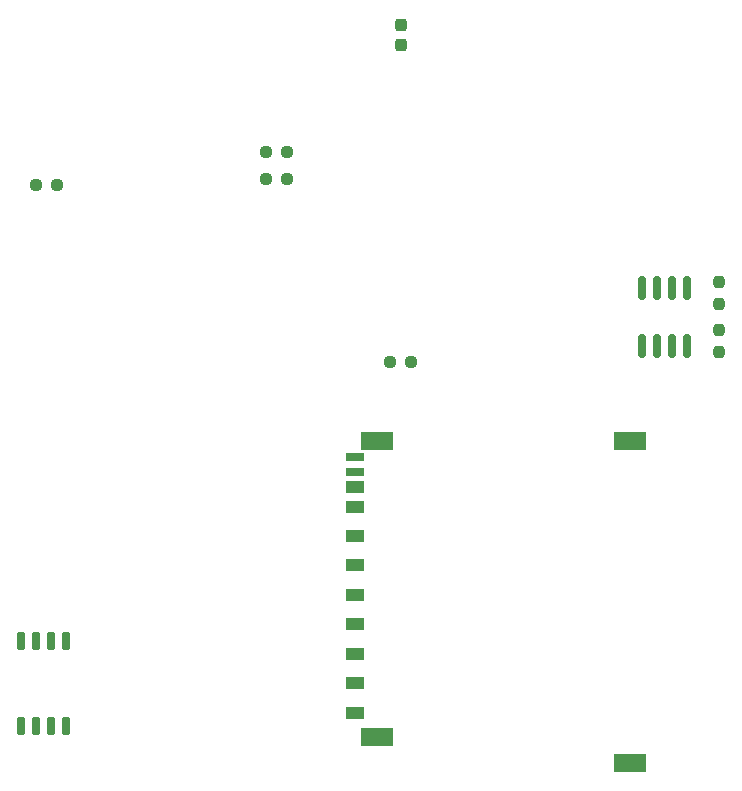
<source format=gbp>
G04 #@! TF.GenerationSoftware,KiCad,Pcbnew,7.0.7*
G04 #@! TF.CreationDate,2023-09-24T19:29:38+02:00*
G04 #@! TF.ProjectId,ardumate,61726475-6d61-4746-952e-6b696361645f,rev?*
G04 #@! TF.SameCoordinates,Original*
G04 #@! TF.FileFunction,Paste,Bot*
G04 #@! TF.FilePolarity,Positive*
%FSLAX46Y46*%
G04 Gerber Fmt 4.6, Leading zero omitted, Abs format (unit mm)*
G04 Created by KiCad (PCBNEW 7.0.7) date 2023-09-24 19:29:38*
%MOMM*%
%LPD*%
G01*
G04 APERTURE LIST*
G04 Aperture macros list*
%AMRoundRect*
0 Rectangle with rounded corners*
0 $1 Rounding radius*
0 $2 $3 $4 $5 $6 $7 $8 $9 X,Y pos of 4 corners*
0 Add a 4 corners polygon primitive as box body*
4,1,4,$2,$3,$4,$5,$6,$7,$8,$9,$2,$3,0*
0 Add four circle primitives for the rounded corners*
1,1,$1+$1,$2,$3*
1,1,$1+$1,$4,$5*
1,1,$1+$1,$6,$7*
1,1,$1+$1,$8,$9*
0 Add four rect primitives between the rounded corners*
20,1,$1+$1,$2,$3,$4,$5,0*
20,1,$1+$1,$4,$5,$6,$7,0*
20,1,$1+$1,$6,$7,$8,$9,0*
20,1,$1+$1,$8,$9,$2,$3,0*%
G04 Aperture macros list end*
%ADD10RoundRect,0.237500X0.237500X-0.300000X0.237500X0.300000X-0.237500X0.300000X-0.237500X-0.300000X0*%
%ADD11RoundRect,0.237500X0.250000X0.237500X-0.250000X0.237500X-0.250000X-0.237500X0.250000X-0.237500X0*%
%ADD12RoundRect,0.237500X0.237500X-0.250000X0.237500X0.250000X-0.237500X0.250000X-0.237500X-0.250000X0*%
%ADD13R,1.500000X1.000000*%
%ADD14R,1.500000X0.700000*%
%ADD15R,2.800000X1.500000*%
%ADD16RoundRect,0.237500X-0.237500X0.250000X-0.237500X-0.250000X0.237500X-0.250000X0.237500X0.250000X0*%
%ADD17RoundRect,0.150000X0.150000X-0.825000X0.150000X0.825000X-0.150000X0.825000X-0.150000X-0.825000X0*%
%ADD18RoundRect,0.150000X-0.150000X0.650000X-0.150000X-0.650000X0.150000X-0.650000X0.150000X0.650000X0*%
G04 APERTURE END LIST*
D10*
X139446000Y-46074500D03*
X139446000Y-44349500D03*
D11*
X140358500Y-72898000D03*
X138533500Y-72898000D03*
D12*
X166370000Y-72032500D03*
X166370000Y-70207500D03*
D13*
X135599000Y-100093000D03*
X135599000Y-97593000D03*
X135599000Y-95093000D03*
X135599000Y-92593000D03*
X135599000Y-90093000D03*
X135599000Y-87593000D03*
X135599000Y-85163000D03*
X135599000Y-83463000D03*
X135599000Y-102593000D03*
D14*
X135599000Y-82163000D03*
X135599000Y-80963000D03*
D15*
X158899000Y-79568000D03*
X137399000Y-79568000D03*
X137399000Y-104668000D03*
X158899000Y-106868000D03*
D16*
X166370000Y-66143500D03*
X166370000Y-67968500D03*
D11*
X129841000Y-57404000D03*
X128016000Y-57404000D03*
X110386500Y-57912000D03*
X108561500Y-57912000D03*
X129841000Y-55118000D03*
X128016000Y-55118000D03*
D17*
X163703000Y-71563000D03*
X162433000Y-71563000D03*
X161163000Y-71563000D03*
X159893000Y-71563000D03*
X159893000Y-66613000D03*
X161163000Y-66613000D03*
X162433000Y-66613000D03*
X163703000Y-66613000D03*
D18*
X107315000Y-96476000D03*
X108585000Y-96476000D03*
X109855000Y-96476000D03*
X111125000Y-96476000D03*
X111125000Y-103676000D03*
X109855000Y-103676000D03*
X108585000Y-103676000D03*
X107315000Y-103676000D03*
M02*

</source>
